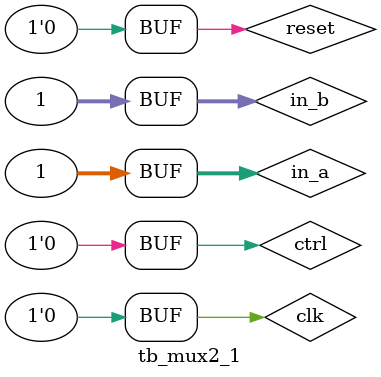
<source format=v>
`timescale 1ns / 1ps

module tb_mux2_1 ();
// Clock and reset signals
reg clk;
reg reset;

// Design Inputs and outputs
reg [31:0] in_a;
reg [31:0] in_b;
reg ctrl;
wire [31:0] out;

// DUT instantiation
mux2_1 mux (
    .S(ctrl),
    .A(in_a),
    .B(in_b),
    .O(out)
);

// generate the clock
initial begin
    clk = 1'b0;
    // forever #1 clk = ~clk;
end

// Generate the reset
initial begin
    reset = 1'b1;
    #10
    reset = 1'b0;
end

// Test stimulus
initial begin
    // Use the monitor task to display the FPGA IO
    $monitor("time=%3d, in_a=%d, in_b=%d, ctrl=%b, q=%d \n",
                $time, in_a, in_b, ctrl, out);

    // Generate each input with a 20 ns delay between them
    in_a = 1'b0;
    in_b = 1'b0;
    ctrl = 1'b0;
    #20
    if (out !== 0) $display("[FAILED] output should be 0");
    in_a = 1'b1;
    #20
    if (out !== 1) $display("[FAILED] output should be 1");
    ctrl = 1'b1;
    in_a = 1'b0;
    in_b = 1'b1;
    #20
    if (out !== 1) $display("[FAILED] output should be 1");
    ctrl = 1'b0;
    in_a = 1'b1;
    #20
    if (out !== 1) $display("[FAILED] output should be 1");
end

endmodule : tb_mux2_1

</source>
